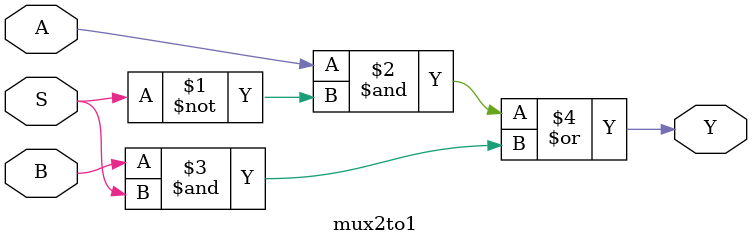
<source format=sv>
module mux2to1(input A,B,S,
       output Y);

assign Y = (A&(~S)) | (B&S);
endmodule
</source>
